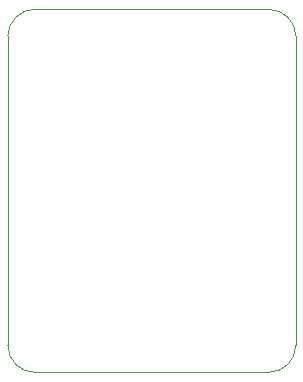
<source format=gbr>
%TF.GenerationSoftware,KiCad,Pcbnew,7.0.9*%
%TF.CreationDate,2023-12-30T10:40:08-05:00*%
%TF.ProjectId,DIY HBridge,44495920-4842-4726-9964-67652e6b6963,rev?*%
%TF.SameCoordinates,Original*%
%TF.FileFunction,Profile,NP*%
%FSLAX46Y46*%
G04 Gerber Fmt 4.6, Leading zero omitted, Abs format (unit mm)*
G04 Created by KiCad (PCBNEW 7.0.9) date 2023-12-30 10:40:08*
%MOMM*%
%LPD*%
G01*
G04 APERTURE LIST*
%TA.AperFunction,Profile*%
%ADD10C,0.100000*%
%TD*%
G04 APERTURE END LIST*
D10*
X67056000Y-73660000D02*
X86868000Y-73660000D01*
X89154000Y-45212000D02*
G75*
G03*
X86868000Y-42926000I-2286000J0D01*
G01*
X86868000Y-73660000D02*
G75*
G03*
X89154000Y-71374000I0J2286000D01*
G01*
X64770000Y-71374000D02*
G75*
G03*
X67056000Y-73660000I2286000J0D01*
G01*
X64770000Y-45212000D02*
X64770000Y-71374000D01*
X89154000Y-71374000D02*
X89154000Y-45212000D01*
X86868000Y-42926000D02*
X67056000Y-42926000D01*
X67056000Y-42926000D02*
G75*
G03*
X64770000Y-45212000I0J-2286000D01*
G01*
M02*

</source>
